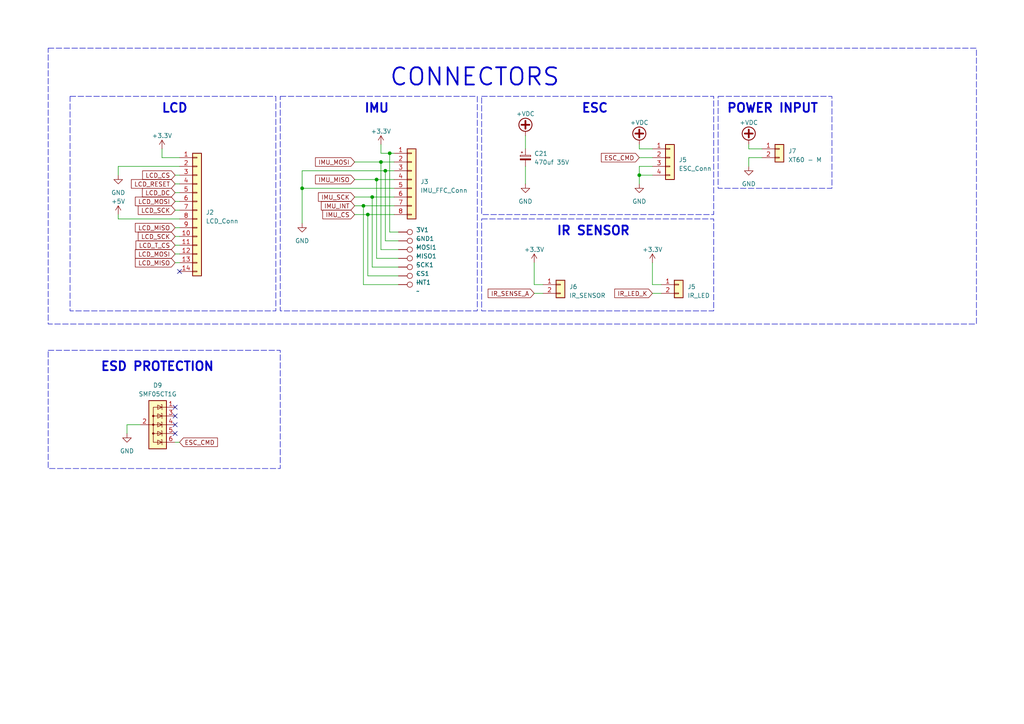
<source format=kicad_sch>
(kicad_sch (version 20230121) (generator eeschema)
  (paper "A4")
  (lib_symbols
    (symbol "Connector:TestPoint" (pin_numbers hide) (pin_names (offset 0.762) hide)
      (property "Reference" "TP" (at 0 6.858 0))
      (property "Value" "TestPoint" (at 0 5.08 0))
      (symbol "TestPoint_0_1"
        (circle (center 0 3.302) (radius 0.762))
      )
      (symbol "TestPoint_1_1"
        (pin passive line (at 0 0 90) (length 2.54) (name "1") (number "1"))
      )
    )
    (symbol "Connector_Generic:Conn_01x02" (pin_names (offset 1.016) hide)
      (property "Reference" "J" (at 0 2.54 0))
      (property "Value" "Conn_01x02" (at 0 -5.08 0))
      (symbol "Conn_01x02_1_1"
        (rectangle (start -1.27 -2.413) (end 0 -2.667) (stroke (width 0.1524)))
        (rectangle (start -1.27 0.127) (end 0 -0.127) (stroke (width 0.1524)))
        (rectangle (start -1.27 1.27) (end 1.27 -3.81) (stroke (width 0.254)) (fill (type background)))
        (pin passive line (at -5.08 0 0) (length 3.81) (name "Pin_1") (number "1"))
        (pin passive line (at -5.08 -2.54 0) (length 3.81) (name "Pin_2") (number "2"))
      )
    )
    (symbol "Connector_Generic:Conn_01x04" (pin_names (offset 1.016) hide)
      (property "Reference" "J" (at 0 5.08 0))
      (property "Value" "Conn_01x04" (at 0 -7.62 0))
      (symbol "Conn_01x04_1_1"
        (rectangle (start -1.27 -4.953) (end 0 -5.207) (stroke (width 0.1524)))
        (rectangle (start -1.27 -2.413) (end 0 -2.667) (stroke (width 0.1524)))
        (rectangle (start -1.27 0.127) (end 0 -0.127) (stroke (width 0.1524)))
        (rectangle (start -1.27 2.667) (end 0 2.413) (stroke (width 0.1524)))
        (rectangle (start -1.27 3.81) (end 1.27 -6.35) (stroke (width 0.254)) (fill (type background)))
        (pin passive line (at -5.08 2.54 0) (length 3.81) (name "Pin_1") (number "1"))
        (pin passive line (at -5.08 0 0) (length 3.81) (name "Pin_2") (number "2"))
        (pin passive line (at -5.08 -2.54 0) (length 3.81) (name "Pin_3") (number "3"))
        (pin passive line (at -5.08 -5.08 0) (length 3.81) (name "Pin_4") (number "4"))
      )
    )
    (symbol "Connector_Generic:Conn_01x08" (pin_names (offset 1.016) hide)
      (property "Reference" "J" (at 0 10.16 0))
      (property "Value" "Conn_01x08" (at 0 -12.7 0))
      (symbol "Conn_01x08_1_1"
        (rectangle (start -1.27 -10.033) (end 0 -10.287) (stroke (width 0.1524)))
        (rectangle (start -1.27 -7.493) (end 0 -7.747) (stroke (width 0.1524)))
        (rectangle (start -1.27 -4.953) (end 0 -5.207) (stroke (width 0.1524)))
        (rectangle (start -1.27 -2.413) (end 0 -2.667) (stroke (width 0.1524)))
        (rectangle (start -1.27 0.127) (end 0 -0.127) (stroke (width 0.1524)))
        (rectangle (start -1.27 2.667) (end 0 2.413) (stroke (width 0.1524)))
        (rectangle (start -1.27 5.207) (end 0 4.953) (stroke (width 0.1524)))
        (rectangle (start -1.27 7.747) (end 0 7.493) (stroke (width 0.1524)))
        (rectangle (start -1.27 8.89) (end 1.27 -11.43) (stroke (width 0.254)) (fill (type background)))
        (pin passive line (at -5.08 7.62 0) (length 3.81) (name "Pin_1") (number "1"))
        (pin passive line (at -5.08 5.08 0) (length 3.81) (name "Pin_2") (number "2"))
        (pin passive line (at -5.08 2.54 0) (length 3.81) (name "Pin_3") (number "3"))
        (pin passive line (at -5.08 0 0) (length 3.81) (name "Pin_4") (number "4"))
        (pin passive line (at -5.08 -2.54 0) (length 3.81) (name "Pin_5") (number "5"))
        (pin passive line (at -5.08 -5.08 0) (length 3.81) (name "Pin_6") (number "6"))
        (pin passive line (at -5.08 -7.62 0) (length 3.81) (name "Pin_7") (number "7"))
        (pin passive line (at -5.08 -10.16 0) (length 3.81) (name "Pin_8") (number "8"))
      )
    )
    (symbol "Connector_Generic:Conn_01x14" (pin_names (offset 1.016) hide)
      (property "Reference" "J" (at 0 17.78 0))
      (property "Value" "Conn_01x14" (at 0 -20.32 0))
      (symbol "Conn_01x14_1_1"
        (rectangle (start -1.27 -17.653) (end 0 -17.907) (stroke (width 0.1524)))
        (rectangle (start -1.27 -15.113) (end 0 -15.367) (stroke (width 0.1524)))
        (rectangle (start -1.27 -12.573) (end 0 -12.827) (stroke (width 0.1524)))
        (rectangle (start -1.27 -10.033) (end 0 -10.287) (stroke (width 0.1524)))
        (rectangle (start -1.27 -7.493) (end 0 -7.747) (stroke (width 0.1524)))
        (rectangle (start -1.27 -4.953) (end 0 -5.207) (stroke (width 0.1524)))
        (rectangle (start -1.27 -2.413) (end 0 -2.667) (stroke (width 0.1524)))
        (rectangle (start -1.27 0.127) (end 0 -0.127) (stroke (width 0.1524)))
        (rectangle (start -1.27 2.667) (end 0 2.413) (stroke (width 0.1524)))
        (rectangle (start -1.27 5.207) (end 0 4.953) (stroke (width 0.1524)))
        (rectangle (start -1.27 7.747) (end 0 7.493) (stroke (width 0.1524)))
        (rectangle (start -1.27 10.287) (end 0 10.033) (stroke (width 0.1524)))
        (rectangle (start -1.27 12.827) (end 0 12.573) (stroke (width 0.1524)))
        (rectangle (start -1.27 15.367) (end 0 15.113) (stroke (width 0.1524)))
        (rectangle (start -1.27 16.51) (end 1.27 -19.05) (stroke (width 0.254)) (fill (type background)))
        (pin passive line (at -5.08 15.24 0) (length 3.81) (name "Pin_1") (number "1"))
        (pin passive line (at -5.08 -7.62 0) (length 3.81) (name "Pin_10") (number "10"))
        (pin passive line (at -5.08 -10.16 0) (length 3.81) (name "Pin_11") (number "11"))
        (pin passive line (at -5.08 -12.7 0) (length 3.81) (name "Pin_12") (number "12"))
        (pin passive line (at -5.08 -15.24 0) (length 3.81) (name "Pin_13") (number "13"))
        (pin passive line (at -5.08 -17.78 0) (length 3.81) (name "Pin_14") (number "14"))
        (pin passive line (at -5.08 12.7 0) (length 3.81) (name "Pin_2") (number "2"))
        (pin passive line (at -5.08 10.16 0) (length 3.81) (name "Pin_3") (number "3"))
        (pin passive line (at -5.08 7.62 0) (length 3.81) (name "Pin_4") (number "4"))
        (pin passive line (at -5.08 5.08 0) (length 3.81) (name "Pin_5") (number "5"))
        (pin passive line (at -5.08 2.54 0) (length 3.81) (name "Pin_6") (number "6"))
        (pin passive line (at -5.08 0 0) (length 3.81) (name "Pin_7") (number "7"))
        (pin passive line (at -5.08 -2.54 0) (length 3.81) (name "Pin_8") (number "8"))
        (pin passive line (at -5.08 -5.08 0) (length 3.81) (name "Pin_9") (number "9"))
      )
    )
    (symbol "Device:C_Polarized_Small" (pin_numbers hide) (pin_names (offset 0.254) hide)
      (property "Reference" "C" (at 0.254 1.778 0))
      (property "Value" "C_Polarized_Small" (at 0.254 -2.032 0))
      (symbol "C_Polarized_Small_0_1"
        (rectangle (start -1.524 -0.3048) (end 1.524 -0.6858) (fill (type outline)))
        (rectangle (start -1.524 0.6858) (end 1.524 0.3048))
        (polyline (pts (xy -1.27 1.524) (xy -0.762 1.524)))
        (polyline (pts (xy -1.016 1.27) (xy -1.016 1.778)))
      )
      (symbol "C_Polarized_Small_1_1"
        (pin passive line (at 0 2.54 270) (length 1.8542) (name "~") (number "1"))
        (pin passive line (at 0 -2.54 90) (length 1.8542) (name "~") (number "2"))
      )
    )
    (symbol "Power_Protection:SP0505BAHT" (pin_names hide)
      (property "Reference" "D" (at 7.62 2.54 0))
      (property "Value" "SP0505BAHT" (at 7.62 0.635 0))
      (symbol "SP0505BAHT_0_0"
        (pin passive line (at 0 -5.08 90) (length 2.54) (name "A") (number "2"))
      )
      (symbol "SP0505BAHT_0_1"
        (rectangle (start -6.985 2.54) (end 6.985 -2.54) (stroke (width 0.254)) (fill (type background)))
        (circle (center -2.54 -1.27) (radius 0.254) (fill (type outline)))
        (circle (center 0 -1.27) (radius 0.254) (fill (type outline)))
        (polyline (pts (xy -5.08 2.54) (xy -5.08 1.27)))
        (polyline (pts (xy -2.54 2.54) (xy -2.54 1.27)))
        (polyline (pts (xy 0 -1.27) (xy 0 -2.54)))
        (polyline (pts (xy 0 -1.27) (xy 0 1.27)))
        (polyline (pts (xy 0 2.54) (xy 0 1.27)))
        (polyline (pts (xy 0.635 1.27) (xy 0.762 1.27)))
        (polyline (pts (xy 2.54 2.54) (xy 2.54 1.27)))
        (polyline (pts (xy 5.08 2.54) (xy 5.08 1.27)))
        (polyline (pts (xy -5.08 1.27) (xy -5.08 -1.27) (xy -2.54 -1.27)))
        (polyline (pts (xy 0.635 1.27) (xy -0.762 1.27) (xy -0.762 1.016)))
        (polyline (pts (xy 5.08 1.27) (xy 5.08 -1.27) (xy 2.54 -1.27)))
        (polyline (pts (xy -5.842 1.016) (xy -5.842 1.27) (xy -4.445 1.27) (xy -4.318 1.27)))
        (polyline (pts (xy -5.08 1.27) (xy -4.445 0) (xy -5.715 0) (xy -5.08 1.27)))
        (polyline (pts (xy -3.302 1.016) (xy -3.302 1.27) (xy -1.905 1.27) (xy -1.778 1.27)))
        (polyline (pts (xy -2.54 1.27) (xy -2.54 -1.27) (xy 2.54 -1.27) (xy 2.54 1.27)))
        (polyline (pts (xy -2.54 1.27) (xy -1.905 0) (xy -3.175 0) (xy -2.54 1.27)))
        (polyline (pts (xy 0.635 0) (xy -0.635 0) (xy 0 1.27) (xy 0.635 0)))
        (polyline (pts (xy 1.778 1.016) (xy 1.778 1.27) (xy 3.175 1.27) (xy 3.302 1.27)))
        (polyline (pts (xy 2.54 1.27) (xy 1.905 0) (xy 3.175 0) (xy 2.54 1.27)))
        (polyline (pts (xy 4.318 1.016) (xy 4.318 1.27) (xy 5.715 1.27) (xy 5.842 1.27)))
        (polyline (pts (xy 5.08 1.27) (xy 4.445 0) (xy 5.715 0) (xy 5.08 1.27)))
        (circle (center 2.54 -1.27) (radius 0.254) (fill (type outline)))
      )
      (symbol "SP0505BAHT_1_1"
        (pin passive line (at -5.08 5.08 270) (length 2.54) (name "K") (number "1"))
        (pin passive line (at -2.54 5.08 270) (length 2.54) (name "K") (number "3"))
        (pin passive line (at 0 5.08 270) (length 2.54) (name "K") (number "4"))
        (pin passive line (at 2.54 5.08 270) (length 2.54) (name "K") (number "5"))
        (pin passive line (at 5.08 5.08 270) (length 2.54) (name "K") (number "6"))
      )
    )
    (symbol "power:+3.3V" (power) (pin_names (offset 0))
      (property "Value" "+3.3V" (at 0 3.556 0))
      (symbol "+3.3V_0_1"
        (polyline (pts (xy -0.762 1.27) (xy 0 2.54)))
        (polyline (pts (xy 0 0) (xy 0 2.54)))
        (polyline (pts (xy 0 2.54) (xy 0.762 1.27)))
      )
      (symbol "+3.3V_1_1"
        (pin power_in line (at 0 0 90) (length 0) hide (name "+3.3V") (number "1"))
      )
    )
    (symbol "power:+5V" (power) (pin_names (offset 0))
      (property "Value" "+5V" (at 0 3.556 0))
      (symbol "+5V_0_1"
        (polyline (pts (xy -0.762 1.27) (xy 0 2.54)))
        (polyline (pts (xy 0 0) (xy 0 2.54)))
        (polyline (pts (xy 0 2.54) (xy 0.762 1.27)))
      )
      (symbol "+5V_1_1"
        (pin power_in line (at 0 0 90) (length 0) hide (name "+5V") (number "1"))
      )
    )
    (symbol "power:+VDC" (power) (pin_names (offset 0))
      (property "Value" "+VDC" (at 0 6.35 0))
      (symbol "+VDC_0_1"
        (polyline (pts (xy -1.143 3.175) (xy 1.143 3.175)) (stroke (width 0.508)))
        (polyline (pts (xy 0 0) (xy 0 1.27)))
        (polyline (pts (xy 0 2.032) (xy 0 4.318)) (stroke (width 0.508)))
        (circle (center 0 3.175) (radius 1.905) (stroke (width 0.254)))
      )
      (symbol "+VDC_1_1"
        (pin power_in line (at 0 0 90) (length 0) hide (name "+VDC") (number "1"))
      )
    )
    (symbol "power:GND" (power) (pin_names (offset 0))
      (property "Value" "GND" (at 0 -3.81 0))
      (symbol "GND_0_1"
        (polyline (pts (xy 0 0) (xy 0 -1.27) (xy 1.27 -1.27) (xy 0 -2.54) (xy -1.27 -1.27) (xy 0 -1.27)))
      )
      (symbol "GND_1_1"
        (pin power_in line (at 0 0 270) (length 0) hide (name "GND") (number "1"))
      )
    )
  )
  (junction (at 107.95 57.15))
  (junction (at 185.42 50.8))
  (junction (at 109.22 52.07))
  (junction (at 111.76 49.53))
  (junction (at 105.41 59.69))
  (junction (at 113.03 44.45))
  (junction (at 87.63 54.61))
  (junction (at 110.49 46.99))
  (junction (at 106.68 62.23))
  (no_connect (at 52.07 78.74))
  (no_connect (at 50.8 118.11))
  (no_connect (at 50.8 125.73))
  (no_connect (at 50.8 120.65))
  (no_connect (at 50.8 123.19))
  (wire (pts (xy 217.17 41.91) (xy 217.17 43.18)))
  (wire (pts (xy 50.8 53.34) (xy 52.07 53.34)))
  (wire (pts (xy 102.87 46.99) (xy 110.49 46.99)))
  (wire (pts (xy 189.23 85.09) (xy 191.77 85.09)))
  (wire (pts (xy 189.23 48.26) (xy 185.42 48.26)))
  (wire (pts (xy 34.29 48.26) (xy 52.07 48.26)))
  (wire (pts (xy 102.87 59.69) (xy 105.41 59.69)))
  (wire (pts (xy 50.8 68.58) (xy 52.07 68.58)))
  (wire (pts (xy 50.8 73.66) (xy 52.07 73.66)))
  (wire (pts (xy 102.87 62.23) (xy 106.68 62.23)))
  (wire (pts (xy 109.22 74.93) (xy 109.22 52.07)))
  (wire (pts (xy 50.8 58.42) (xy 52.07 58.42)))
  (wire (pts (xy 50.8 66.04) (xy 52.07 66.04)))
  (wire (pts (xy 110.49 46.99) (xy 114.3 46.99)))
  (wire (pts (xy 115.57 80.01) (xy 106.68 80.01)))
  (wire (pts (xy 185.42 53.34) (xy 185.42 50.8)))
  (wire (pts (xy 154.94 85.09) (xy 157.48 85.09)))
  (wire (pts (xy 105.41 59.69) (xy 114.3 59.69)))
  (wire (pts (xy 50.8 71.12) (xy 52.07 71.12)))
  (wire (pts (xy 111.76 49.53) (xy 114.3 49.53)))
  (wire (pts (xy 46.99 43.18) (xy 46.99 45.72)))
  (wire (pts (xy 110.49 46.99) (xy 110.49 72.39)))
  (wire (pts (xy 115.57 72.39) (xy 110.49 72.39)))
  (wire (pts (xy 115.57 67.31) (xy 113.03 67.31)))
  (wire (pts (xy 36.83 123.19) (xy 40.64 123.19)))
  (wire (pts (xy 34.29 48.26) (xy 34.29 50.8)))
  (wire (pts (xy 50.8 76.2) (xy 52.07 76.2)))
  (wire (pts (xy 217.17 48.26) (xy 217.17 45.72)))
  (wire (pts (xy 106.68 62.23) (xy 114.3 62.23)))
  (wire (pts (xy 189.23 82.55) (xy 191.77 82.55)))
  (wire (pts (xy 185.42 50.8) (xy 189.23 50.8)))
  (wire (pts (xy 185.42 43.18) (xy 189.23 43.18)))
  (wire (pts (xy 87.63 54.61) (xy 87.63 64.77)))
  (wire (pts (xy 115.57 69.85) (xy 111.76 69.85)))
  (wire (pts (xy 87.63 49.53) (xy 111.76 49.53)))
  (wire (pts (xy 106.68 80.01) (xy 106.68 62.23)))
  (wire (pts (xy 34.29 63.5) (xy 52.07 63.5)))
  (wire (pts (xy 36.83 125.73) (xy 36.83 123.19)))
  (wire (pts (xy 107.95 57.15) (xy 114.3 57.15)))
  (wire (pts (xy 189.23 76.2) (xy 189.23 82.55)))
  (wire (pts (xy 217.17 45.72) (xy 220.98 45.72)))
  (wire (pts (xy 105.41 82.55) (xy 105.41 59.69)))
  (wire (pts (xy 111.76 49.53) (xy 111.76 69.85)))
  (wire (pts (xy 107.95 77.47) (xy 107.95 57.15)))
  (wire (pts (xy 50.8 60.96) (xy 52.07 60.96)))
  (wire (pts (xy 34.29 63.5) (xy 34.29 62.23)))
  (wire (pts (xy 115.57 74.93) (xy 109.22 74.93)))
  (wire (pts (xy 115.57 82.55) (xy 105.41 82.55)))
  (wire (pts (xy 152.4 39.37) (xy 152.4 43.18)))
  (wire (pts (xy 46.99 45.72) (xy 52.07 45.72)))
  (wire (pts (xy 87.63 49.53) (xy 87.63 54.61)))
  (wire (pts (xy 154.94 82.55) (xy 157.48 82.55)))
  (wire (pts (xy 102.87 52.07) (xy 109.22 52.07)))
  (wire (pts (xy 217.17 43.18) (xy 220.98 43.18)))
  (wire (pts (xy 102.87 57.15) (xy 107.95 57.15)))
  (wire (pts (xy 113.03 44.45) (xy 113.03 67.31)))
  (wire (pts (xy 110.49 44.45) (xy 113.03 44.45)))
  (wire (pts (xy 185.42 48.26) (xy 185.42 50.8)))
  (wire (pts (xy 152.4 48.26) (xy 152.4 53.34)))
  (wire (pts (xy 109.22 52.07) (xy 114.3 52.07)))
  (wire (pts (xy 113.03 44.45) (xy 114.3 44.45)))
  (wire (pts (xy 154.94 76.2) (xy 154.94 82.55)))
  (wire (pts (xy 185.42 45.72) (xy 189.23 45.72)))
  (wire (pts (xy 52.07 128.27) (xy 50.8 128.27)))
  (wire (pts (xy 50.8 50.8) (xy 52.07 50.8)))
  (wire (pts (xy 87.63 54.61) (xy 114.3 54.61)))
  (wire (pts (xy 185.42 41.91) (xy 185.42 43.18)))
  (wire (pts (xy 115.57 77.47) (xy 107.95 77.47)))
  (wire (pts (xy 50.8 55.88) (xy 52.07 55.88)))
  (wire (pts (xy 110.49 41.91) (xy 110.49 44.45)))
  (rectangle (start 13.97 13.97) (end 283.21 93.98) (stroke (width 0) (type dash)))
  (rectangle (start 139.7 27.94) (end 207.01 62.23) (stroke (width 0) (type dash)))
  (rectangle (start 208.28 27.94) (end 241.3 54.61) (stroke (width 0) (type dash)))
  (rectangle (start 81.28 27.94) (end 138.43 90.17) (stroke (width 0) (type dash)))
  (rectangle (start 13.97 101.6) (end 81.28 135.89) (stroke (width 0) (type dash)))
  (rectangle (start 20.32 27.94) (end 80.01 90.17) (stroke (width 0) (type dash)))
  (rectangle (start 139.7 63.5) (end 207.01 90.17) (stroke (width 0) (type dash)))
  (text "ESD PROTECTION" (at 62.23 107.95 0) (effects (font (size 2.5654 2.5654) (thickness 0.5131) bold) (justify right bottom)))
  (text "POWER INPUT" (at 237.49 33.02 0) (effects (font (size 2.5654 2.5654) (thickness 0.5131) bold) (justify right bottom)))
  (text "ESC" (at 176.53 33.02 0) (effects (font (size 2.5654 2.5654) (thickness 0.5131) bold) (justify right bottom)))
  (text "IR SENSOR" (at 182.88 68.58 0) (effects (font (size 2.5654 2.5654) (thickness 0.5131) bold) (justify right bottom)))
  (text "CONNECTORS" (at 162.56 25.4 0) (effects (font (size 5 5) (thickness 0.5131) bold) (justify right bottom)))
  (text "LCD" (at 54.61 33.02 0) (effects (font (size 2.5654 2.5654) (thickness 0.5131) bold) (justify right bottom)))
  (text "IMU" (at 113.03 33.02 0) (effects (font (size 2.5654 2.5654) (thickness 0.5131) bold) (justify right bottom)))
  (global_label "LCD_MISO" (shape input) (at 50.8 76.2 180) (property "Intersheetrefs" "${INTERSHEET_REFS}" (effects hide)))
  (global_label "IMU_MISO" (shape input) (at 102.87 52.07 180) (property "Intersheetrefs" "${INTERSHEET_REFS}" (effects hide)))
  (global_label "LCD_SCK" (shape input) (at 50.8 60.96 180) (property "Intersheetrefs" "${INTERSHEET_REFS}" (effects hide)))
  (global_label "LCD_CS" (shape input) (at 50.8 50.8 180) (property "Intersheetrefs" "${INTERSHEET_REFS}" (effects hide)))
  (global_label "LCD_RESET" (shape input) (at 50.8 53.34 180) (property "Intersheetrefs" "${INTERSHEET_REFS}" (effects hide)))
  (global_label "LCD_T_CS" (shape input) (at 50.8 71.12 180) (property "Intersheetrefs" "${INTERSHEET_REFS}" (effects hide)))
  (global_label "ESC_CMD" (shape input) (at 52.07 128.27 0) (property "Intersheetrefs" "${INTERSHEET_REFS}" (effects hide)))
  (global_label "ESC_CMD" (shape input) (at 185.42 45.72 180) (property "Intersheetrefs" "${INTERSHEET_REFS}" (effects hide)))
  (global_label "LCD_MOSI" (shape input) (at 50.8 73.66 180) (property "Intersheetrefs" "${INTERSHEET_REFS}" (effects hide)))
  (global_label "IMU_CS" (shape input) (at 102.87 62.23 180) (property "Intersheetrefs" "${INTERSHEET_REFS}" (effects hide)))
  (global_label "IMU_MOSI" (shape input) (at 102.87 46.99 180) (property "Intersheetrefs" "${INTERSHEET_REFS}" (effects hide)))
  (global_label "IMU_INT" (shape input) (at 102.87 59.69 180) (property "Intersheetrefs" "${INTERSHEET_REFS}" (effects hide)))
  (global_label "LCD_MISO" (shape input) (at 50.8 66.04 180) (property "Intersheetrefs" "${INTERSHEET_REFS}" (effects hide)))
  (global_label "IR_LED_K" (shape input) (at 189.23 85.09 180) (property "Intersheetrefs" "${INTERSHEET_REFS}" (effects hide)))
  (global_label "IMU_SCK" (shape input) (at 102.87 57.15 180) (property "Intersheetrefs" "${INTERSHEET_REFS}" (effects hide)))
  (global_label "IR_SENSE_A" (shape input) (at 154.94 85.09 180) (property "Intersheetrefs" "${INTERSHEET_REFS}" (effects hide)))
  (global_label "LCD_SCK" (shape input) (at 50.8 68.58 180) (property "Intersheetrefs" "${INTERSHEET_REFS}" (effects hide)))
  (global_label "LCD_DC" (shape input) (at 50.8 55.88 180) (property "Intersheetrefs" "${INTERSHEET_REFS}" (effects hide)))
  (global_label "LCD_MOSI" (shape input) (at 50.8 58.42 180) (property "Intersheetrefs" "${INTERSHEET_REFS}" (effects hide)))
  (symbol (lib_id "power:GND") (at 87.63 64.77 0) (unit 1)
    (property "Reference" "#PWR015" (effects hide))
    (property "Value" "GND" (at 87.63 69.85 0))
    (instances (project "DPB-PCB" (path "" (reference "#PWR015") (unit 1)) (path "" (reference "#PWR033") (unit 1)) (path "" (reference "#PWR052") (unit 1))))
  )
  (symbol (lib_id "power:GND") (at 185.42 53.34 0) (unit 1)
    (property "Reference" "#PWR015" (effects hide))
    (property "Value" "GND" (at 185.42 58.42 0))
    (instances (project "DPB-PCB" (path "" (reference "#PWR015") (unit 1)) (path "" (reference "#PWR033") (unit 1)) (path "" (reference "#PWR056") (unit 1))))
  )
  (symbol (lib_id "Power_Protection:SP0505BAHT") (at 45.72 123.19 270) (unit 1)
    (property "Reference" "D9" (at 45.72 111.76 90))
    (property "Value" "SMF05CT1G" (at 45.72 114.3 90))
    (property "Footprint" "Package_TO_SOT_SMD:SOT-363_SC-70-6" (effects hide))
    (property "Datasheet" "http://www.littelfuse.com/~/media/files/littelfuse/technical%20resources/documents/data%20sheets/sp05xxba.pdf" (effects hide))
    (property "LCSC" "C15879" (effects hide))
  )
  (symbol (lib_id "power:+3.3V") (at 189.23 76.2 0) (unit 1)
    (property "Reference" "#PWR013" (effects hide))
    (property "Value" "+3.3V" (at 189.23 72.39 0))
    (instances (project "DPB-PCB" (path "" (reference "#PWR013") (unit 1)) (path "" (reference "#PWR035") (unit 1)) (path "" (reference "#PWR057") (unit 1)) (path "" (reference "#PWR057") (unit 1))))
  )
  (symbol (lib_id "power:GND") (at 152.4 53.34 0) (unit 1)
    (property "Reference" "#PWR041" (effects hide))
    (property "Value" "GND" (at 152.4 58.42 0))
    (instances (project "DPB-PCB" (path "" (reference "#PWR041") (unit 1)) (path "" (reference "#PWR033") (unit 1)) (path "" (reference "#PWR083") (unit 1))))
  )
  (symbol (lib_id "Connector:TestPoint") (at 115.57 74.93 270) (unit 1) (in_bom no)
    (property "Reference" "MISO1" (at 120.65 74.295 90) (effects (justify left)))
    (property "Value" "~" (at 120.65 76.835 90) (effects (justify left)))
    (property "Footprint" "TestPoint:TestPoint_Pad_D2.0mm" (effects hide))
  )
  (symbol (lib_id "Connector_Generic:Conn_01x02") (at 226.06 43.18 0) (unit 1)
    (property "Reference" "J7" (at 228.6 43.815 0) (effects (justify left)))
    (property "Value" "XT60 - M" (at 228.6 46.355 0) (effects (justify left)))
    (property "Footprint" "Connector_AMASS:AMASS_XT60PW-M_1x02_P7.20mm_Horizontal" (effects hide))
    (property "LCSC" "C98732" (effects hide))
    (instances (project "DPB-PCB" (path "" (reference "J7") (unit 1)) (path "" (reference "J2") (unit 1))))
  )
  (symbol (lib_id "power:GND") (at 34.29 50.8 0) (unit 1)
    (property "Reference" "#PWR015" (effects hide))
    (property "Value" "GND" (at 34.29 55.88 0))
    (instances (project "DPB-PCB" (path "" (reference "#PWR015") (unit 1)) (path "" (reference "#PWR033") (unit 1)) (path "" (reference "#PWR048") (unit 1))))
  )
  (symbol (lib_id "Connector_Generic:Conn_01x04") (at 194.31 45.72 0) (unit 1) (in_bom no)
    (property "Reference" "J5" (at 196.85 46.355 0) (effects (justify left)))
    (property "Value" "ESC_Conn" (at 196.85 48.895 0) (effects (justify left)))
    (property "Footprint" "TerminalBlock:TerminalBlock_bornier-4_P5.08mm" (effects hide))
  )
  (symbol (lib_id "power:+VDC") (at 152.4 39.37 0) (unit 1)
    (property "Reference" "#PWR040" (effects hide))
    (property "Value" "+VDC" (at 152.4 33.02 0))
    (instances (project "DPB-PCB" (path "" (reference "#PWR040") (unit 1)) (path "" (reference "#PWR055") (unit 1))))
  )
  (symbol (lib_id "Connector_Generic:Conn_01x02") (at 196.85 82.55 0) (unit 1) (in_bom no)
    (property "Reference" "J5" (at 199.39 83.185 0) (effects (justify left)))
    (property "Value" "IR_LED" (at 199.39 85.725 0) (effects (justify left)))
    (property "Footprint" "Connector_JST:JST_EH_S2B-EH_1x02_P2.50mm_Horizontal" (effects hide))
    (instances (project "DPB-PCB" (path "" (reference "J5") (unit 1)) (path "" (reference "J6") (unit 1))))
  )
  (symbol (lib_id "Connector:TestPoint") (at 115.57 67.31 270) (unit 1) (in_bom no)
    (property "Reference" "3V1" (at 120.65 66.675 90) (effects (justify left)))
    (property "Value" "~" (at 120.65 69.215 90) (effects (justify left)))
    (property "Footprint" "TestPoint:TestPoint_Pad_D2.0mm" (effects hide))
  )
  (symbol (lib_id "power:GND") (at 36.83 125.73 0) (unit 1)
    (property "Reference" "#PWR015" (effects hide))
    (property "Value" "GND" (at 36.83 130.81 0))
    (instances (project "DPB-PCB" (path "" (reference "#PWR015") (unit 1)) (path "" (reference "#PWR020") (unit 1)) (path "" (reference "#PWR050") (unit 1))))
  )
  (symbol (lib_id "Connector:TestPoint") (at 115.57 80.01 270) (unit 1) (in_bom no)
    (property "Reference" "CS1" (at 120.65 79.375 90) (effects (justify left)))
    (property "Value" "~" (at 120.65 81.915 90) (effects (justify left)))
    (property "Footprint" "TestPoint:TestPoint_Pad_D2.0mm" (effects hide))
  )
  (symbol (lib_id "power:+VDC") (at 217.17 41.91 0) (unit 1)
    (property "Reference" "#PWR040" (effects hide))
    (property "Value" "+VDC" (at 217.17 35.56 0))
    (instances (project "DPB-PCB" (path "" (reference "#PWR040") (unit 1)) (path "" (reference "#PWR058") (unit 1))))
  )
  (symbol (lib_id "power:GND") (at 217.17 48.26 0) (unit 1)
    (property "Reference" "#PWR041" (effects hide))
    (property "Value" "GND" (at 217.17 53.34 0))
    (instances (project "DPB-PCB" (path "" (reference "#PWR041") (unit 1)) (path "" (reference "#PWR033") (unit 1)) (path "" (reference "#PWR059") (unit 1))))
  )
  (symbol (lib_id "power:+3.3V") (at 154.94 76.2 0) (unit 1)
    (property "Reference" "#PWR013" (effects hide))
    (property "Value" "+3.3V" (at 154.94 72.39 0))
    (instances (project "DPB-PCB" (path "" (reference "#PWR013") (unit 1)) (path "" (reference "#PWR035") (unit 1)) (path "" (reference "#PWR059") (unit 1)) (path "" (reference "#PWR054") (unit 1))))
  )
  (symbol (lib_id "Connector_Generic:Conn_01x14") (at 57.15 60.96 0) (unit 1) (in_bom no)
    (property "Reference" "J2" (at 59.69 61.595 0) (effects (justify left)))
    (property "Value" "LCD_Conn" (at 59.69 64.135 0) (effects (justify left)))
    (property "Footprint" "Connector_PinHeader_2.54mm:PinHeader_1x14_P2.54mm_Vertical" (effects hide))
  )
  (symbol (lib_id "Connector:TestPoint") (at 115.57 82.55 270) (unit 1) (in_bom no)
    (property "Reference" "INT1" (at 120.65 81.915 90) (effects (justify left)))
    (property "Value" "~" (at 120.65 84.455 90) (effects (justify left)))
    (property "Footprint" "TestPoint:TestPoint_Pad_D2.0mm" (effects hide))
  )
  (symbol (lib_id "Connector:TestPoint") (at 115.57 69.85 270) (unit 1) (in_bom no)
    (property "Reference" "GND1" (at 120.65 69.215 90) (effects (justify left)))
    (property "Value" "~" (at 120.65 71.755 90) (effects (justify left)))
    (property "Footprint" "TestPoint:TestPoint_Pad_D2.0mm" (effects hide))
  )
  (symbol (lib_id "Connector_Generic:Conn_01x02") (at 162.56 82.55 0) (unit 1) (in_bom no)
    (property "Reference" "J6" (at 165.1 83.185 0) (effects (justify left)))
    (property "Value" "IR_SENSOR" (at 165.1 85.725 0) (effects (justify left)))
    (property "Footprint" "Connector_JST:JST_EH_S2B-EH_1x02_P2.50mm_Horizontal" (effects hide))
    (instances (project "DPB-PCB" (path "" (reference "J6") (unit 1)) (path "" (reference "J4") (unit 1))))
  )
  (symbol (lib_id "Connector:TestPoint") (at 115.57 77.47 270) (unit 1) (in_bom no)
    (property "Reference" "SCK1" (at 120.65 76.835 90) (effects (justify left)))
    (property "Value" "~" (at 120.65 79.375 90) (effects (justify left)))
    (property "Footprint" "TestPoint:TestPoint_Pad_D2.0mm" (effects hide))
  )
  (symbol (lib_id "power:+5V") (at 34.29 62.23 0) (unit 1)
    (property "Reference" "#PWR014" (effects hide))
    (property "Value" "+5V" (at 34.29 58.42 0))
    (instances (project "DPB-PCB" (path "" (reference "#PWR014") (unit 1)) (path "" (reference "#PWR049") (unit 1))))
  )
  (symbol (lib_id "power:+3.3V") (at 110.49 41.91 0) (unit 1)
    (property "Reference" "#PWR013" (effects hide))
    (property "Value" "+3.3V" (at 110.49 38.1 0))
    (instances (project "DPB-PCB" (path "" (reference "#PWR013") (unit 1)) (path "" (reference "#PWR035") (unit 1)) (path "" (reference "#PWR053") (unit 1))))
  )
  (symbol (lib_id "Device:C_Polarized_Small") (at 152.4 45.72 0) (unit 1)
    (property "Reference" "C21" (at 154.94 44.5389 0) (effects (justify left)))
    (property "Value" "470uf 35V" (at 154.94 47.0789 0) (effects (justify left)))
    (property "Footprint" "Capacitor_SMD:CP_Elec_10x14.3" (effects hide))
    (property "LCSC" "C445447" (effects hide))
  )
  (symbol (lib_id "power:+VDC") (at 185.42 41.91 0) (unit 1)
    (property "Reference" "#PWR040" (effects hide))
    (property "Value" "+VDC" (at 185.42 35.56 0))
    (instances (project "DPB-PCB" (path "" (reference "#PWR040") (unit 1)) (path "" (reference "#PWR082") (unit 1))))
  )
  (symbol (lib_id "Connector:TestPoint") (at 115.57 72.39 270) (unit 1) (in_bom no)
    (property "Reference" "MOSI1" (at 120.65 71.755 90) (effects (justify left)))
    (property "Value" "~" (at 120.65 74.295 90) (effects (justify left)))
    (property "Footprint" "TestPoint:TestPoint_Pad_D2.0mm" (effects hide))
  )
  (symbol (lib_id "power:+3.3V") (at 46.99 43.18 0) (unit 1)
    (property "Reference" "#PWR013" (effects hide))
    (property "Value" "+3.3V" (at 46.99 39.37 0))
    (instances (project "DPB-PCB" (path "" (reference "#PWR013") (unit 1)) (path "" (reference "#PWR035") (unit 1)) (path "" (reference "#PWR051") (unit 1))))
  )
  (symbol (lib_id "Connector_Generic:Conn_01x08") (at 119.38 52.07 0) (unit 1)
    (property "Reference" "J3" (at 121.92 52.705 0) (effects (justify left)))
    (property "Value" "IMU_FFC_Conn" (at 121.92 55.245 0) (effects (justify left)))
    (property "Footprint" "Connector_FFC-FPC:Hirose_FH12-8S-0.5SH_1x08-1MP_P0.50mm_Horizontal" (effects hide))
    (property "LCSC" "C283141" (effects hide))
  )
)
</source>
